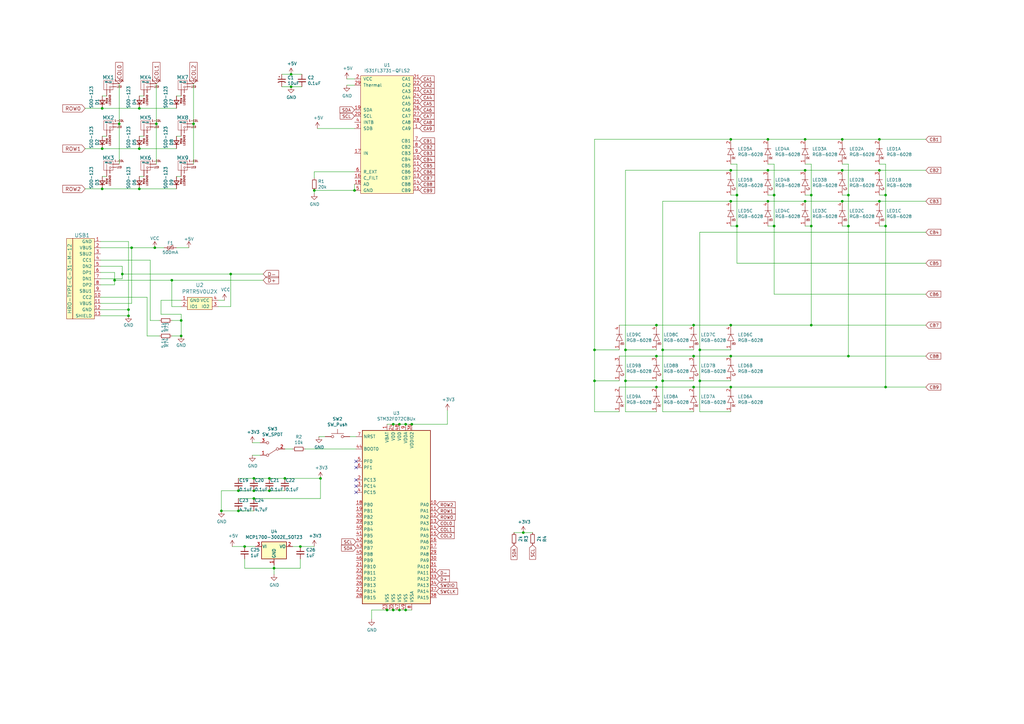
<source format=kicad_sch>
(kicad_sch (version 20230121) (generator eeschema)
  (paper "A3")
  (junction (at 97.79 209.55))
  (junction (at 104.14 204.47))
  (junction (at 50.165 112.395))
  (junction (at 256.54 143.51))
  (junction (at 104.14 196.215))
  (junction (at 70.485 114.935))
  (junction (at 57.15 77.47))
  (junction (at 41.91 77.47))
  (junction (at 360.68 57.15))
  (junction (at 345.44 69.85))
  (junction (at 330.2 57.15))
  (junction (at 330.2 69.85))
  (junction (at 347.98 80.01))
  (junction (at 243.84 143.51))
  (junction (at 347.98 92.71))
  (junction (at 302.26 92.71))
  (junction (at 116.84 196.215))
  (junction (at 110.49 196.215))
  (junction (at 57.15 60.96))
  (junction (at 314.96 82.55))
  (junction (at 63.5 101.6))
  (junction (at 112.395 233.045))
  (junction (at 299.72 82.55))
  (junction (at 163.83 250.19))
  (junction (at 166.37 250.19))
  (junction (at 299.72 57.15))
  (junction (at 314.96 69.85))
  (junction (at 131.445 196.215))
  (junction (at 110.49 201.295))
  (junction (at 363.22 80.01))
  (junction (at 100.33 224.155))
  (junction (at 314.96 57.15))
  (junction (at 123.19 224.155))
  (junction (at 332.74 133.35))
  (junction (at 168.91 173.99))
  (junction (at 243.84 156.21))
  (junction (at 302.26 80.01))
  (junction (at 158.75 250.19))
  (junction (at 97.79 201.295))
  (junction (at 90.805 209.55))
  (junction (at 271.78 156.21))
  (junction (at 104.14 201.295))
  (junction (at 52.705 127))
  (junction (at 332.74 80.01))
  (junction (at 284.48 158.75))
  (junction (at 317.5 80.01))
  (junction (at 330.2 82.55))
  (junction (at 284.48 146.05))
  (junction (at 163.83 173.99))
  (junction (at 332.74 92.71))
  (junction (at 284.48 133.35))
  (junction (at 41.91 60.96))
  (junction (at 74.295 131.445))
  (junction (at 287.02 156.21))
  (junction (at 347.98 146.05))
  (junction (at 287.02 143.51))
  (junction (at 363.22 158.75))
  (junction (at 299.72 133.35))
  (junction (at 52.705 129.54))
  (junction (at 41.91 44.45))
  (junction (at 64.135 50.8))
  (junction (at 74.295 137.795))
  (junction (at 269.24 158.75))
  (junction (at 256.54 156.21))
  (junction (at 317.5 92.71))
  (junction (at 48.895 50.8))
  (junction (at 345.44 82.55))
  (junction (at 119.38 35.56))
  (junction (at 363.22 92.71))
  (junction (at 299.72 69.85))
  (junction (at 360.68 69.85))
  (junction (at 345.44 57.15))
  (junction (at 119.38 30.48))
  (junction (at 128.905 78.105))
  (junction (at 53.975 101.6))
  (junction (at 46.99 114.935))
  (junction (at 79.375 50.8))
  (junction (at 214.63 218.44))
  (junction (at 94.615 112.395))
  (junction (at 166.37 173.99))
  (junction (at 269.24 133.35))
  (junction (at 161.29 173.99))
  (junction (at 271.78 143.51))
  (junction (at 360.68 82.55))
  (junction (at 57.15 44.45))
  (junction (at 299.72 146.05))
  (junction (at 145.415 78.105))
  (junction (at 161.29 250.19))
  (junction (at 299.72 158.75))
  (junction (at 269.24 146.05))
  (no_connect (at 146.05 196.85))
  (no_connect (at 146.05 191.77))
  (no_connect (at 146.05 189.23))
  (no_connect (at 146.05 201.93))
  (no_connect (at 146.05 199.39))
  (wire (pts (xy 332.74 92.71) (xy 330.2 92.71)))
  (wire (pts (xy 90.805 209.55) (xy 90.805 201.295)))
  (wire (pts (xy 64.135 50.8) (xy 64.135 67.31)))
  (wire (pts (xy 104.14 209.55) (xy 97.79 209.55)))
  (wire (pts (xy 97.79 201.295) (xy 104.14 201.295)))
  (wire (pts (xy 130.175 52.705) (xy 145.415 52.705)))
  (wire (pts (xy 145.415 70.485) (xy 128.905 70.485)))
  (wire (pts (xy 52.705 99.06) (xy 52.705 127)))
  (wire (pts (xy 70.485 131.445) (xy 74.295 131.445)))
  (wire (pts (xy 218.44 218.44) (xy 214.63 218.44)))
  (wire (pts (xy 90.805 201.295) (xy 97.79 201.295)))
  (wire (pts (xy 243.84 57.15) (xy 243.84 143.51)))
  (wire (pts (xy 123.825 35.56) (xy 119.38 35.56)))
  (wire (pts (xy 70.485 125.73) (xy 70.485 114.935)))
  (wire (pts (xy 142.24 34.925) (xy 145.415 34.925)))
  (wire (pts (xy 379.73 146.05) (xy 347.98 146.05)))
  (wire (pts (xy 330.2 82.55) (xy 314.96 82.55)))
  (wire (pts (xy 256.54 168.91) (xy 256.54 156.21)))
  (wire (pts (xy 299.72 146.05) (xy 284.48 146.05)))
  (wire (pts (xy 123.19 229.235) (xy 123.19 233.045)))
  (wire (pts (xy 379.73 82.55) (xy 360.68 82.55)))
  (wire (pts (xy 287.02 95.25) (xy 287.02 143.51)))
  (wire (pts (xy 271.78 82.55) (xy 271.78 143.51)))
  (wire (pts (xy 347.98 92.71) (xy 345.44 92.71)))
  (wire (pts (xy 269.24 133.35) (xy 254 133.35)))
  (wire (pts (xy 125.095 184.15) (xy 146.05 184.15)))
  (wire (pts (xy 115.57 30.48) (xy 119.38 30.48)))
  (wire (pts (xy 89.535 125.73) (xy 94.615 125.73)))
  (wire (pts (xy 72.39 39.37) (xy 74.295 39.37)))
  (wire (pts (xy 183.515 173.99) (xy 183.515 168.275)))
  (wire (pts (xy 119.38 30.48) (xy 123.825 30.48)))
  (wire (pts (xy 152.4 250.19) (xy 152.4 254)))
  (wire (pts (xy 330.2 69.85) (xy 314.96 69.85)))
  (wire (pts (xy 269.24 168.91) (xy 256.54 168.91)))
  (wire (pts (xy 363.22 92.71) (xy 360.68 92.71)))
  (wire (pts (xy 41.91 55.88) (xy 43.815 55.88)))
  (wire (pts (xy 363.22 92.71) (xy 363.22 158.75)))
  (wire (pts (xy 299.72 158.75) (xy 363.22 158.75)))
  (wire (pts (xy 72.39 72.39) (xy 74.295 72.39)))
  (wire (pts (xy 287.02 156.21) (xy 287.02 168.91)))
  (wire (pts (xy 50.165 109.22) (xy 41.275 109.22)))
  (wire (pts (xy 243.84 143.51) (xy 243.84 156.21)))
  (wire (pts (xy 41.91 77.47) (xy 57.15 77.47)))
  (wire (pts (xy 314.96 82.55) (xy 299.72 82.55)))
  (wire (pts (xy 347.98 146.05) (xy 347.98 92.71)))
  (wire (pts (xy 345.44 82.55) (xy 330.2 82.55)))
  (wire (pts (xy 110.49 196.215) (xy 116.84 196.215)))
  (wire (pts (xy 104.14 196.215) (xy 110.49 196.215)))
  (wire (pts (xy 243.84 168.91) (xy 254 168.91)))
  (wire (pts (xy 66.04 128.905) (xy 66.04 123.19)))
  (wire (pts (xy 284.48 133.35) (xy 269.24 133.35)))
  (wire (pts (xy 41.91 60.96) (xy 57.15 60.96)))
  (wire (pts (xy 302.26 92.71) (xy 302.26 80.01)))
  (wire (pts (xy 70.485 114.935) (xy 107.95 114.935)))
  (wire (pts (xy 123.19 233.045) (xy 112.395 233.045)))
  (wire (pts (xy 317.5 92.71) (xy 317.5 80.01)))
  (wire (pts (xy 302.26 107.95) (xy 302.26 92.71)))
  (wire (pts (xy 34.925 77.47) (xy 41.91 77.47)))
  (wire (pts (xy 345.44 57.15) (xy 360.68 57.15)))
  (wire (pts (xy 332.74 133.35) (xy 332.74 92.71)))
  (wire (pts (xy 347.98 80.01) (xy 345.44 80.01)))
  (wire (pts (xy 104.14 204.47) (xy 97.79 204.47)))
  (wire (pts (xy 57.15 72.39) (xy 59.055 72.39)))
  (wire (pts (xy 363.22 80.01) (xy 360.68 80.01)))
  (wire (pts (xy 143.51 179.07) (xy 146.05 179.07)))
  (wire (pts (xy 347.98 80.01) (xy 347.98 67.31)))
  (wire (pts (xy 271.78 168.91) (xy 284.48 168.91)))
  (wire (pts (xy 34.925 60.96) (xy 41.91 60.96)))
  (wire (pts (xy 119.38 35.56) (xy 115.57 35.56)))
  (wire (pts (xy 256.54 143.51) (xy 256.54 69.85)))
  (wire (pts (xy 50.165 114.3) (xy 50.165 112.395)))
  (wire (pts (xy 53.975 101.6) (xy 63.5 101.6)))
  (wire (pts (xy 52.705 127) (xy 52.705 129.54)))
  (wire (pts (xy 347.98 92.71) (xy 347.98 80.01)))
  (wire (pts (xy 60.325 137.795) (xy 65.405 137.795)))
  (wire (pts (xy 120.015 184.15) (xy 116.84 184.15)))
  (wire (pts (xy 57.15 55.88) (xy 59.055 55.88)))
  (wire (pts (xy 332.74 80.01) (xy 332.74 67.31)))
  (wire (pts (xy 110.49 201.295) (xy 104.14 201.295)))
  (wire (pts (xy 166.37 250.19) (xy 163.83 250.19)))
  (wire (pts (xy 168.91 250.19) (xy 166.37 250.19)))
  (wire (pts (xy 72.39 55.88) (xy 74.295 55.88)))
  (wire (pts (xy 48.895 50.8) (xy 48.895 67.31)))
  (wire (pts (xy 52.705 99.06) (xy 41.275 99.06)))
  (wire (pts (xy 145.415 75.565) (xy 145.415 78.105)))
  (wire (pts (xy 269.24 143.51) (xy 256.54 143.51)))
  (wire (pts (xy 103.505 181.61) (xy 106.68 181.61)))
  (wire (pts (xy 131.445 196.215) (xy 131.445 204.47)))
  (wire (pts (xy 97.79 196.215) (xy 104.14 196.215)))
  (wire (pts (xy 299.72 57.15) (xy 243.84 57.15)))
  (wire (pts (xy 299.72 158.75) (xy 284.48 158.75)))
  (wire (pts (xy 66.04 123.19) (xy 74.295 123.19)))
  (wire (pts (xy 130.81 179.07) (xy 133.35 179.07)))
  (wire (pts (xy 332.74 133.35) (xy 299.72 133.35)))
  (wire (pts (xy 128.905 78.105) (xy 145.415 78.105)))
  (wire (pts (xy 64.135 34.29) (xy 64.135 50.8)))
  (wire (pts (xy 46.99 114.935) (xy 46.99 116.84)))
  (wire (pts (xy 347.98 67.31) (xy 345.44 67.31)))
  (wire (pts (xy 161.29 250.19) (xy 158.75 250.19)))
  (wire (pts (xy 128.905 224.155) (xy 123.19 224.155)))
  (wire (pts (xy 379.73 120.65) (xy 317.5 120.65)))
  (wire (pts (xy 302.26 67.31) (xy 299.72 67.31)))
  (wire (pts (xy 53.975 101.6) (xy 53.975 124.46)))
  (wire (pts (xy 284.48 158.75) (xy 269.24 158.75)))
  (wire (pts (xy 360.68 57.15) (xy 379.73 57.15)))
  (wire (pts (xy 269.24 156.21) (xy 256.54 156.21)))
  (wire (pts (xy 142.24 32.385) (xy 145.415 32.385)))
  (wire (pts (xy 314.96 69.85) (xy 299.72 69.85)))
  (wire (pts (xy 332.74 92.71) (xy 332.74 80.01)))
  (wire (pts (xy 284.48 146.05) (xy 269.24 146.05)))
  (wire (pts (xy 104.14 204.47) (xy 131.445 204.47)))
  (wire (pts (xy 317.5 120.65) (xy 317.5 92.71)))
  (wire (pts (xy 256.54 69.85) (xy 299.72 69.85)))
  (wire (pts (xy 97.79 209.55) (xy 90.805 209.55)))
  (wire (pts (xy 50.165 112.395) (xy 94.615 112.395)))
  (wire (pts (xy 92.075 123.19) (xy 89.535 123.19)))
  (wire (pts (xy 41.275 127) (xy 52.705 127)))
  (wire (pts (xy 269.24 146.05) (xy 254 146.05)))
  (wire (pts (xy 94.615 112.395) (xy 107.95 112.395)))
  (wire (pts (xy 299.72 57.15) (xy 314.96 57.15)))
  (wire (pts (xy 123.19 224.155) (xy 120.015 224.155)))
  (wire (pts (xy 299.72 133.35) (xy 284.48 133.35)))
  (wire (pts (xy 46.99 116.84) (xy 41.275 116.84)))
  (wire (pts (xy 94.615 125.73) (xy 94.615 112.395)))
  (wire (pts (xy 299.72 143.51) (xy 287.02 143.51)))
  (wire (pts (xy 317.5 80.01) (xy 314.96 80.01)))
  (wire (pts (xy 74.295 137.795) (xy 70.485 137.795)))
  (wire (pts (xy 360.68 82.55) (xy 345.44 82.55)))
  (wire (pts (xy 299.72 146.05) (xy 347.98 146.05)))
  (wire (pts (xy 74.295 131.445) (xy 74.295 137.795)))
  (wire (pts (xy 271.78 143.51) (xy 284.48 143.51)))
  (wire (pts (xy 271.78 143.51) (xy 271.78 156.21)))
  (wire (pts (xy 330.2 57.15) (xy 345.44 57.15)))
  (wire (pts (xy 254 143.51) (xy 243.84 143.51)))
  (wire (pts (xy 161.29 173.99) (xy 163.83 173.99)))
  (wire (pts (xy 269.24 158.75) (xy 254 158.75)))
  (wire (pts (xy 79.375 34.29) (xy 79.375 50.8)))
  (wire (pts (xy 41.275 101.6) (xy 53.975 101.6)))
  (wire (pts (xy 287.02 143.51) (xy 287.02 156.21)))
  (wire (pts (xy 254 156.21) (xy 243.84 156.21)))
  (wire (pts (xy 317.5 67.31) (xy 314.96 67.31)))
  (wire (pts (xy 112.395 235.585) (xy 112.395 233.045)))
  (wire (pts (xy 317.5 92.71) (xy 314.96 92.71)))
  (wire (pts (xy 52.705 129.54) (xy 41.275 129.54)))
  (wire (pts (xy 34.925 44.45) (xy 41.91 44.45)))
  (wire (pts (xy 57.15 44.45) (xy 72.39 44.45)))
  (wire (pts (xy 360.68 67.31) (xy 363.22 67.31)))
  (wire (pts (xy 379.73 95.25) (xy 287.02 95.25)))
  (wire (pts (xy 363.22 67.31) (xy 363.22 80.01)))
  (wire (pts (xy 128.905 70.485) (xy 128.905 73.025)))
  (wire (pts (xy 345.44 69.85) (xy 330.2 69.85)))
  (wire (pts (xy 77.47 101.6) (xy 72.39 101.6)))
  (wire (pts (xy 50.165 112.395) (xy 50.165 109.22)))
  (wire (pts (xy 74.295 125.73) (xy 70.485 125.73)))
  (wire (pts (xy 332.74 67.31) (xy 330.2 67.31)))
  (wire (pts (xy 166.37 173.99) (xy 168.91 173.99)))
  (wire (pts (xy 379.73 69.85) (xy 360.68 69.85)))
  (wire (pts (xy 41.91 72.39) (xy 43.815 72.39)))
  (wire (pts (xy 41.275 114.3) (xy 50.165 114.3)))
  (wire (pts (xy 61.595 106.68) (xy 61.595 131.445)))
  (wire (pts (xy 271.78 82.55) (xy 299.72 82.55)))
  (wire (pts (xy 46.99 114.935) (xy 70.485 114.935)))
  (wire (pts (xy 302.26 80.01) (xy 302.26 67.31)))
  (wire (pts (xy 163.83 173.99) (xy 166.37 173.99)))
  (wire (pts (xy 302.26 92.71) (xy 299.72 92.71)))
  (wire (pts (xy 158.75 173.99) (xy 161.29 173.99)))
  (wire (pts (xy 379.73 133.35) (xy 332.74 133.35)))
  (wire (pts (xy 116.84 201.295) (xy 110.49 201.295)))
  (wire (pts (xy 57.15 77.47) (xy 72.39 77.47)))
  (wire (pts (xy 41.91 44.45) (xy 57.15 44.45)))
  (wire (pts (xy 63.5 101.6) (xy 67.31 101.6)))
  (wire (pts (xy 103.505 186.69) (xy 106.68 186.69)))
  (wire (pts (xy 314.96 57.15) (xy 330.2 57.15)))
  (wire (pts (xy 61.595 131.445) (xy 65.405 131.445)))
  (wire (pts (xy 79.375 50.8) (xy 79.375 67.31)))
  (wire (pts (xy 41.275 111.76) (xy 46.99 111.76)))
  (wire (pts (xy 41.275 106.68) (xy 61.595 106.68)))
  (wire (pts (xy 256.54 156.21) (xy 256.54 143.51)))
  (wire (pts (xy 48.895 34.29) (xy 48.895 50.8)))
  (wire (pts (xy 168.91 173.99) (xy 183.515 173.99)))
  (wire (pts (xy 74.295 131.445) (xy 74.295 128.905)))
  (wire (pts (xy 60.325 121.92) (xy 60.325 137.795)))
  (wire (pts (xy 299.72 156.21) (xy 287.02 156.21)))
  (wire (pts (xy 302.26 80.01) (xy 299.72 80.01)))
  (wire (pts (xy 363.22 80.01) (xy 363.22 92.71)))
  (wire (pts (xy 95.25 224.155) (xy 100.33 224.155)))
  (wire (pts (xy 332.74 80.01) (xy 330.2 80.01)))
  (wire (pts (xy 158.75 250.19) (xy 152.4 250.19)))
  (wire (pts (xy 317.5 80.01) (xy 317.5 67.31)))
  (wire (pts (xy 363.22 158.75) (xy 379.73 158.75)))
  (wire (pts (xy 100.33 224.155) (xy 104.775 224.155)))
  (wire (pts (xy 163.83 250.19) (xy 161.29 250.19)))
  (wire (pts (xy 128.905 79.375) (xy 128.905 78.105)))
  (wire (pts (xy 116.84 196.215) (xy 131.445 196.215)))
  (wire (pts (xy 100.33 233.045) (xy 100.33 229.235)))
  (wire (pts (xy 41.275 121.92) (xy 60.325 121.92)))
  (wire (pts (xy 41.91 39.37) (xy 43.815 39.37)))
  (wire (pts (xy 360.68 69.85) (xy 345.44 69.85)))
  (wire (pts (xy 214.63 218.44) (xy 210.82 218.44)))
  (wire (pts (xy 57.15 39.37) (xy 59.055 39.37)))
  (wire (pts (xy 53.975 124.46) (xy 41.275 124.46)))
  (wire (pts (xy 243.84 156.21) (xy 243.84 168.91)))
  (wire (pts (xy 379.73 107.95) (xy 302.26 107.95)))
  (wire (pts (xy 112.395 233.045) (xy 112.395 231.775)))
  (wire (pts (xy 46.99 111.76) (xy 46.99 114.935)))
  (wire (pts (xy 74.295 128.905) (xy 66.04 128.905)))
  (wire (pts (xy 284.48 156.21) (xy 271.78 156.21)))
  (wire (pts (xy 112.395 233.045) (xy 100.33 233.045)))
  (wire (pts (xy 287.02 168.91) (xy 299.72 168.91)))
  (wire (pts (xy 271.78 156.21) (xy 271.78 168.91)))
  (wire (pts (xy 57.15 60.96) (xy 72.39 60.96)))
  (global_label "CA3" (shape input) (at 172.085 37.465 0) (property "Intersheetrefs" "${INTERSHEET_REFS}" (effects hide)))
  (global_label "CB8" (shape input) (at 379.73 146.05 0) (property "Intersheetrefs" "${INTERSHEET_REFS}" (effects hide)))
  (global_label "COL0" (shape input) (at 48.895 34.29 90) (effects (font (size 1.524 1.524))) (property "Intersheetrefs" "${INTERSHEET_REFS}" (effects hide)))
  (global_label "ROW2" (shape input) (at 179.07 207.01 0) (property "Intersheetrefs" "${INTERSHEET_REFS}" (effects hide)))
  (global_label "CB4" (shape input) (at 172.085 65.405 0) (property "Intersheetrefs" "${INTERSHEET_REFS}" (effects hide)))
  (global_label "CB3" (shape input) (at 172.085 62.865 0) (property "Intersheetrefs" "${INTERSHEET_REFS}" (effects hide)))
  (global_label "COL2" (shape input) (at 179.07 219.71 0) (property "Intersheetrefs" "${INTERSHEET_REFS}" (effects hide)))
  (global_label "CA2" (shape input) (at 172.085 34.925 0) (property "Intersheetrefs" "${INTERSHEET_REFS}" (effects hide)))
  (global_label "CB4" (shape input) (at 379.73 95.25 0) (property "Intersheetrefs" "${INTERSHEET_REFS}" (effects hide)))
  (global_label "CB2" (shape input) (at 172.085 60.325 0) (property "Intersheetrefs" "${INTERSHEET_REFS}" (effects hide)))
  (global_label "CA6" (shape input) (at 172.085 45.085 0) (property "Intersheetrefs" "${INTERSHEET_REFS}" (effects hide)))
  (global_label "CA7" (shape input) (at 172.085 47.625 0) (property "Intersheetrefs" "${INTERSHEET_REFS}" (effects hide)))
  (global_label "CA1" (shape input) (at 172.085 32.385 0) (property "Intersheetrefs" "${INTERSHEET_REFS}" (effects hide)))
  (global_label "SDA" (shape input) (at 210.82 223.52 270) (property "Intersheetrefs" "${INTERSHEET_REFS}" (effects hide)))
  (global_label "SDA" (shape input) (at 146.05 224.79 180) (property "Intersheetrefs" "${INTERSHEET_REFS}" (effects hide)))
  (global_label "CB1" (shape input) (at 379.73 57.15 0) (property "Intersheetrefs" "${INTERSHEET_REFS}" (effects hide)))
  (global_label "D-" (shape input) (at 107.95 112.395 0) (effects (font (size 1.524 1.524))) (property "Intersheetrefs" "${INTERSHEET_REFS}" (effects hide)))
  (global_label "CB7" (shape input) (at 379.73 133.35 0) (property "Intersheetrefs" "${INTERSHEET_REFS}" (effects hide)))
  (global_label "SCL" (shape input) (at 146.05 222.25 180) (property "Intersheetrefs" "${INTERSHEET_REFS}" (effects hide)))
  (global_label "SWCLK" (shape input) (at 179.07 242.57 0) (property "Intersheetrefs" "${INTERSHEET_REFS}" (effects hide)))
  (global_label "COL2" (shape input) (at 79.375 34.29 90) (effects (font (size 1.524 1.524))) (property "Intersheetrefs" "${INTERSHEET_REFS}" (effects hide)))
  (global_label "D+" (shape input) (at 179.07 237.49 0) (property "Intersheetrefs" "${INTERSHEET_REFS}" (effects hide)))
  (global_label "COL1" (shape input) (at 179.07 217.17 0) (property "Intersheetrefs" "${INTERSHEET_REFS}" (effects hide)))
  (global_label "COL0" (shape input) (at 179.07 214.63 0) (property "Intersheetrefs" "${INTERSHEET_REFS}" (effects hide)))
  (global_label "ROW1" (shape input) (at 34.925 60.96 180) (effects (font (size 1.524 1.524))) (property "Intersheetrefs" "${INTERSHEET_REFS}" (effects hide)))
  (global_label "ROW0" (shape input) (at 34.925 44.45 180) (effects (font (size 1.524 1.524))) (property "Intersheetrefs" "${INTERSHEET_REFS}" (effects hide)))
  (global_label "CA8" (shape input) (at 172.085 50.165 0) (property "Intersheetrefs" "${INTERSHEET_REFS}" (effects hide)))
  (global_label "D-" (shape input) (at 179.07 234.95 0) (property "Intersheetrefs" "${INTERSHEET_REFS}" (effects hide)))
  (global_label "CB5" (shape input) (at 379.73 107.95 0) (property "Intersheetrefs" "${INTERSHEET_REFS}" (effects hide)))
  (global_label "ROW2" (shape input) (at 34.925 77.47 180) (effects (font (size 1.524 1.524))) (property "Intersheetrefs" "${INTERSHEET_REFS}" (effects hide)))
  (global_label "CB8" (shape input) (at 172.085 75.565 0) (property "Intersheetrefs" "${INTERSHEET_REFS}" (effects hide)))
  (global_label "CB7" (shape input) (at 172.085 73.025 0) (property "Intersheetrefs" "${INTERSHEET_REFS}" (effects hide)))
  (global_label "CB6" (shape input) (at 172.085 70.485 0) (property "Intersheetrefs" "${INTERSHEET_REFS}" (effects hide)))
  (global_label "CB9" (shape input) (at 379.73 158.75 0) (property "Intersheetrefs" "${INTERSHEET_REFS}" (effects hide)))
  (global_label "CB5" (shape input) (at 172.085 67.945 0) (property "Intersheetrefs" "${INTERSHEET_REFS}" (effects hide)))
  (global_label "CA9" (shape input) (at 172.085 52.705 0) (property "Intersheetrefs" "${INTERSHEET_REFS}" (effects hide)))
  (global_label "CB6" (shape input) (at 379.73 120.65 0) (property "Intersheetrefs" "${INTERSHEET_REFS}" (effects hide)))
  (global_label "CB9" (shape input) (at 172.085 78.105 0) (property "Intersheetrefs" "${INTERSHEET_REFS}" (effects hide)))
  (global_label "COL1" (shape input) (at 64.135 34.29 90) (effects (font (size 1.524 1.524))) (property "Intersheetrefs" "${INTERSHEET_REFS}" (effects hide)))
  (global_label "SCL" (shape input) (at 145.415 47.625 180) (property "Intersheetrefs" "${INTERSHEET_REFS}" (effects hide)))
  (global_label "SDA" (shape input) (at 145.415 45.085 180) (property "Intersheetrefs" "${INTERSHEET_REFS}" (effects hide)))
  (global_label "CA5" (shape input) (at 172.085 42.545 0) (property "Intersheetrefs" "${INTERSHEET_REFS}" (effects hide)))
  (global_label "SCL" (shape input) (at 218.44 223.52 270) (property "Intersheetrefs" "${INTERSHEET_REFS}" (effects hide)))
  (global_label "ROW0" (shape input) (at 179.07 212.09 0) (property "Intersheetrefs" "${INTERSHEET_REFS}" (effects hide)))
  (global_label "ROW1" (shape input) (at 179.07 209.55 0) (property "Intersheetrefs" "${INTERSHEET_REFS}" (effects hide)))
  (global_label "D+" (shape input) (at 107.95 114.935 0) (effects (font (size 1.524 1.524))) (property "Intersheetrefs" "${INTERSHEET_REFS}" (effects hide)))
  (global_label "CB1" (shape input) (at 172.085 57.785 0) (property "Intersheetrefs" "${INTERSHEET_REFS}" (effects hide)))
  (global_label "CB2" (shape input) (at 379.73 69.85 0) (property "Intersheetrefs" "${INTERSHEET_REFS}" (effects hide)))
  (global_label "CA4" (shape input) (at 172.085 40.005 0) (property "Intersheetrefs" "${INTERSHEET_REFS}" (effects hide)))
  (global_label "SWDIO" (shape input) (at 179.07 240.03 0) (property "Intersheetrefs" "${INTERSHEET_REFS}" (effects hide)))
  (global_label "CB3" (shape input) (at 379.73 82.55 0) (property "Intersheetrefs" "${INTERSHEET_REFS}" (effects hide)))
  (symbol (lib_id "Aurora-rescue:MX-1U-MX_Alps_Hybrids") (at 44.45 34.925 0) (unit 1)
    (property "Reference" "MX1" (at 44.45 31.75 0) (effects (font (size 1.524 1.524))))
    (property "Value" "MX-1U" (at 44.45 33.655 0) (effects (font (size 0.508 0.508))))
    (property "Footprint" "MX_Alps_Hybrid:MXOnly-1U-Hotswap" (effects hide))
  )
  (symbol (lib_id "Device:D_Small") (at 41.91 41.91 90) (unit 1)
    (property "Reference" "D1" (at 39.878 43.18 0) (effects (justify left)))
    (property "Value" "SOD-123" (at 37.465 44.45 0) (effects (justify left)))
    (property "Footprint" "Diodes_SMD:D_SOD-123" (effects hide))
  )
  (symbol (lib_id "Aurora-rescue:MX-1U-MX_Alps_Hybrids") (at 59.69 34.925 0) (unit 1)
    (property "Reference" "MX4" (at 59.69 31.75 0) (effects (font (size 1.524 1.524))))
    (property "Value" "MX-1U" (at 59.69 33.655 0) (effects (font (size 0.508 0.508))))
    (property "Footprint" "MX_Alps_Hybrid:MXOnly-1U-Hotswap" (effects hide))
  )
  (symbol (lib_id "Device:D_Small") (at 57.15 41.91 90) (unit 1)
    (property "Reference" "D4" (at 55.118 43.18 0) (effects (justify left)))
    (property "Value" "SOD-123" (at 52.705 44.45 0) (effects (justify left)))
    (property "Footprint" "Diodes_SMD:D_SOD-123" (effects hide))
  )
  (symbol (lib_id "Aurora-rescue:MX-1U-MX_Alps_Hybrids") (at 74.93 34.925 0) (unit 1)
    (property "Reference" "MX7" (at 74.93 31.75 0) (effects (font (size 1.524 1.524))))
    (property "Value" "MX-1U" (at 74.93 33.655 0) (effects (font (size 0.508 0.508))))
    (property "Footprint" "MX_Alps_Hybrid:MXOnly-1U-Hotswap" (effects hide))
  )
  (symbol (lib_id "Device:D_Small") (at 72.39 41.91 90) (unit 1)
    (property "Reference" "D7" (at 70.358 43.18 0) (effects (justify left)))
    (property "Value" "SOD-123" (at 67.945 44.45 0) (effects (justify left)))
    (property "Footprint" "Diodes_SMD:D_SOD-123" (effects hide))
  )
  (symbol (lib_id "Aurora-rescue:MX-1U-MX_Alps_Hybrids") (at 44.45 51.435 0) (unit 1)
    (property "Reference" "MX2" (at 44.45 48.26 0) (effects (font (size 1.524 1.524))))
    (property "Value" "MX-1U" (at 44.45 50.165 0) (effects (font (size 0.508 0.508))))
    (property "Footprint" "MX_Alps_Hybrid:MXOnly-1U-Hotswap" (effects hide))
  )
  (symbol (lib_id "Device:D_Small") (at 41.91 58.42 90) (unit 1)
    (property "Reference" "D2" (at 39.878 59.69 0) (effects (justify left)))
    (property "Value" "SOD-123" (at 37.465 60.96 0) (effects (justify left)))
    (property "Footprint" "Diodes_SMD:D_SOD-123" (effects hide))
  )
  (symbol (lib_id "Aurora-rescue:MX-1U-MX_Alps_Hybrids") (at 59.69 51.435 0) (unit 1)
    (property "Reference" "MX5" (at 59.69 48.26 0) (effects (font (size 1.524 1.524))))
    (property "Value" "MX-1U" (at 59.69 50.165 0) (effects (font (size 0.508 0.508))))
    (property "Footprint" "MX_Alps_Hybrid:MXOnly-1U-Hotswap" (effects hide))
  )
  (symbol (lib_id "Device:D_Small") (at 57.15 58.42 90) (unit 1)
    (property "Reference" "D5" (at 55.118 59.69 0) (effects (justify left)))
    (property "Value" "SOD-123" (at 52.705 60.96 0) (effects (justify left)))
    (property "Footprint" "Diodes_SMD:D_SOD-123" (effects hide))
  )
  (symbol (lib_id "Aurora-rescue:MX-1U-MX_Alps_Hybrids") (at 74.93 51.435 0) (unit 1)
    (property "Reference" "MX8" (at 74.93 48.26 0) (effects (font (size 1.524 1.524))))
    (property "Value" "MX-1U" (at 74.93 50.165 0) (effects (font (size 0.508 0.508))))
    (property "Footprint" "MX_Alps_Hybrid:MXOnly-1U-Hotswap" (effects hide))
  )
  (symbol (lib_id "Device:D_Small") (at 72.39 58.42 90) (unit 1)
    (property "Reference" "D8" (at 70.358 59.69 0) (effects (justify left)))
    (property "Value" "SOD-123" (at 67.945 60.96 0) (effects (justify left)))
    (property "Footprint" "Diodes_SMD:D_SOD-123" (effects hide))
  )
  (symbol (lib_id "Aurora-rescue:MX-1U-MX_Alps_Hybrids") (at 44.45 67.945 0) (unit 1)
    (property "Reference" "MX3" (at 44.45 64.77 0) (effects (font (size 1.524 1.524))))
    (property "Value" "MX-1U" (at 44.45 66.675 0) (effects (font (size 0.508 0.508))))
    (property "Footprint" "MX_Alps_Hybrid:MXOnly-1U-Hotswap" (effects hide))
  )
  (symbol (lib_id "Device:D_Small") (at 41.91 74.93 90) (unit 1)
    (property "Reference" "D3" (at 39.878 76.2 0) (effects (justify left)))
    (property "Value" "SOD-123" (at 37.465 77.47 0) (effects (justify left)))
    (property "Footprint" "Diodes_SMD:D_SOD-123" (effects hide))
  )
  (symbol (lib_id "Aurora-rescue:MX-1U-MX_Alps_Hybrids") (at 74.93 67.945 0) (unit 1)
    (property "Reference" "MX9" (at 74.93 64.77 0) (effects (font (size 1.524 1.524))))
    (property "Value" "MX-1U" (at 74.93 66.675 0) (effects (font (size 0.508 0.508))))
    (property "Footprint" "MX_Alps_Hybrid:MXOnly-1U-Hotswap" (effects hide))
  )
  (symbol (lib_id "Device:D_Small") (at 72.39 74.93 90) (unit 1)
    (property "Reference" "D9" (at 70.358 76.2 0) (effects (justify left)))
    (property "Value" "SOD-123" (at 67.945 77.47 0) (effects (justify left)))
    (property "Footprint" "Diodes_SMD:D_SOD-123" (effects hide))
  )
  (symbol (lib_id "Device:Polyfuse_Small") (at 69.85 101.6 270) (unit 1)
    (property "Reference" "F1" (at 69.85 99.695 90))
    (property "Value" "500mA" (at 69.85 103.505 90))
    (property "Footprint" "Fuse_Holders_and_Fuses:Fuse_SMD1206_Reflow" (effects hide))
  )
  (symbol (lib_id "power:+5V") (at 77.47 101.6 0) (unit 1)
    (property "Reference" "#PWR013" (effects hide))
    (property "Value" "+5V" (at 77.47 98.044 0))
  )
  (symbol (lib_id "power:VCC") (at 63.5 101.6 0) (unit 1)
    (property "Reference" "#PWR014" (effects hide))
    (property "Value" "VCC" (at 63.5 97.79 0))
  )
  (symbol (lib_id "Aurora-rescue:HRO-TYPE-C-31-M-12-Type-C") (at 38.735 113.03 0) (unit 1)
    (property "Reference" "USB1" (at 33.655 96.52 0) (effects (font (size 1.524 1.524))))
    (property "Value" "HRO-TYPE-C-31-M-12" (at 28.575 114.3 90) (effects (font (size 1.524 1.524))))
    (property "Footprint" "Type-C:HRO-TYPE-C-31-M-12-Assembly" (effects hide))
  )
  (symbol (lib_id "power:GND") (at 52.705 129.54 0) (unit 1)
    (property "Reference" "#PWR015" (effects hide))
    (property "Value" "GND" (at 52.705 133.35 0))
  )
  (symbol (lib_id "Device:R_Small") (at 67.945 131.445 270) (unit 1)
    (property "Reference" "R73" (at 68.453 132.207 0) (effects (justify left)))
    (property "Value" "5.1k" (at 66.929 132.207 0) (effects (justify left)))
    (property "Footprint" "Resistors_SMD:R_0805" (effects hide))
  )
  (symbol (lib_id "Device:R_Small") (at 67.945 137.795 270) (unit 1)
    (property "Reference" "R74" (at 68.453 138.557 0) (effects (justify left)))
    (property "Value" "5.1k" (at 66.929 138.557 0) (effects (justify left)))
    (property "Footprint" "Resistors_SMD:R_0805" (effects hide))
  )
  (symbol (lib_id "power:GND") (at 74.295 137.795 0) (unit 1)
    (property "Reference" "#PWR016" (effects hide))
    (property "Value" "GND" (at 74.295 141.605 0))
  )
  (symbol (lib_id "ai03-locallib:PRTR5V0U2X") (at 81.915 124.46 0) (unit 1)
    (property "Reference" "U2" (at 81.915 116.9162 0) (effects (font (size 1.524 1.524))))
    (property "Value" "PRTR5V0U2X" (at 81.915 119.6086 0) (effects (font (size 1.524 1.524))))
    (property "Footprint" "random-keyboard-parts:SOT143B" (effects hide))
  )
  (symbol (lib_id "Aurora-rescue:RGB-6028-random-keyboard-parts") (at 360.68 62.23 90) (unit 1)
    (property "Reference" "LED1" (at 363.5756 61.0616 90) (effects (justify right)))
    (property "Value" "RGB-6028" (at 363.5756 63.373 90) (effects (justify right)))
    (property "Footprint" "random-keyboard-parts:RGB-6028" (effects hide))
  )
  (symbol (lib_id "Aurora-rescue:RGB-6028-random-keyboard-parts") (at 360.68 74.93 90) (unit 2)
    (property "Reference" "LED1" (at 363.5756 73.7616 90) (effects (justify right)))
    (property "Value" "RGB-6028" (at 363.5756 76.073 90) (effects (justify right)))
    (property "Footprint" "random-keyboard-parts:RGB-6028" (effects hide))
  )
  (symbol (lib_id "Aurora-rescue:RGB-6028-random-keyboard-parts") (at 360.68 87.63 90) (unit 3)
    (property "Reference" "LED1" (at 363.5756 86.4616 90) (effects (justify right)))
    (property "Value" "RGB-6028" (at 363.5756 88.773 90) (effects (justify right)))
    (property "Footprint" "random-keyboard-parts:RGB-6028" (effects hide))
  )
  (symbol (lib_id "Aurora-rescue:RGB-6028-random-keyboard-parts") (at 345.44 62.23 90) (unit 1)
    (property "Reference" "LED2" (at 348.3356 61.0616 90) (effects (justify right)))
    (property "Value" "RGB-6028" (at 348.3356 63.373 90) (effects (justify right)))
    (property "Footprint" "random-keyboard-parts:RGB-6028" (effects hide))
  )
  (symbol (lib_id "Aurora-rescue:RGB-6028-random-keyboard-parts") (at 345.44 74.93 90) (unit 2)
    (property "Reference" "LED2" (at 348.3356 73.7616 90) (effects (justify right)))
    (property "Value" "RGB-6028" (at 348.3356 76.073 90) (effects (justify right)))
    (property "Footprint" "random-keyboard-parts:RGB-6028" (effects hide))
  )
  (symbol (lib_id "Aurora-rescue:RGB-6028-random-keyboard-parts") (at 345.44 87.63 90) (unit 3)
    (property "Reference" "LED2" (at 348.3356 86.4616 90) (effects (justify right)))
    (property "Value" "RGB-6028" (at 348.3356 88.773 90) (effects (justify right)))
    (property "Footprint" "random-keyboard-parts:RGB-6028" (effects hide))
  )
  (symbol (lib_id "Aurora-rescue:RGB-6028-random-keyboard-parts") (at 330.2 62.23 90) (unit 1)
    (property "Reference" "LED3" (at 333.0956 61.0616 90) (effects (justify right)))
    (property "Value" "RGB-6028" (at 333.0956 63.373 90) (effects (justify right)))
    (property "Footprint" "random-keyboard-parts:RGB-6028" (effects hide))
  )
  (symbol (lib_id "Aurora-rescue:RGB-6028-random-keyboard-parts") (at 330.2 74.93 90) (unit 2)
    (property "Reference" "LED3" (at 333.0956 73.7616 90) (effects (justify right)))
    (property "Value" "RGB-6028" (at 333.0956 76.073 90) (effects (justify right)))
    (property "Footprint" "random-keyboard-parts:RGB-6028" (effects hide))
  )
  (symbol (lib_id "Aurora-rescue:RGB-6028-random-keyboard-parts") (at 330.2 87.63 90) (unit 3)
    (property "Reference" "LED3" (at 333.0956 86.4616 90) (effects (justify right)))
    (property "Value" "RGB-6028" (at 333.0956 88.773 90) (effects (justify right)))
    (property "Footprint" "random-keyboard-parts:RGB-6028" (effects hide))
  )
  (symbol (lib_id "Aurora-rescue:RGB-6028-random-keyboard-parts") (at 314.96 62.23 90) (unit 1)
    (property "Reference" "LED4" (at 317.8556 61.0616 90) (effects (justify right)))
    (property "Value" "RGB-6028" (at 317.8556 63.373 90) (effects (justify right)))
    (property "Footprint" "random-keyboard-parts:RGB-6028" (effects hide))
  )
  (symbol (lib_id "Aurora-rescue:RGB-6028-random-keyboard-parts") (at 314.96 74.93 90) (unit 2)
    (property "Reference" "LED4" (at 317.8556 73.7616 90) (effects (justify right)))
    (property "Value" "RGB-6028" (at 317.8556 76.073 90) (effects (justify right)))
    (property "Footprint" "random-keyboard-parts:RGB-6028" (effects hide))
  )
  (symbol (lib_id "Aurora-rescue:RGB-6028-random-keyboard-parts") (at 314.96 87.63 90) (unit 3)
    (property "Reference" "LED4" (at 317.8556 86.4616 90) (effects (justify right)))
    (property "Value" "RGB-6028" (at 317.8556 88.773 90) (effects (justify right)))
    (property "Footprint" "random-keyboard-parts:RGB-6028" (effects hide))
  )
  (symbol (lib_id "Aurora-rescue:RGB-6028-random-keyboard-parts") (at 299.72 62.23 90) (unit 1)
    (property "Reference" "LED5" (at 302.6156 61.0616 90) (effects (justify right)))
    (property "Value" "RGB-6028" (at 302.6156 63.373 90) (effects (justify right)))
    (property "Footprint" "random-keyboard-parts:RGB-6028" (effects hide))
  )
  (symbol (lib_id "Aurora-rescue:RGB-6028-random-keyboard-parts") (at 299.72 74.93 90) (unit 2)
    (property "Reference" "LED5" (at 302.6156 73.7616 90) (effects (justify right)))
    (property "Value" "RGB-6028" (at 302.6156 76.073 90) (effects (justify right)))
    (property "Footprint" "random-keyboard-parts:RGB-6028" (effects hide))
  )
  (symbol (lib_id "Aurora-rescue:RGB-6028-random-keyboard-parts") (at 299.72 87.63 90) (unit 3)
    (property "Reference" "LED5" (at 302.6156 86.4616 90) (effects (justify right)))
    (property "Value" "RGB-6028" (at 302.6156 88.773 90) (effects (justify right)))
    (property "Footprint" "random-keyboard-parts:RGB-6028" (effects hide))
  )
  (symbol (lib_id "Aurora-rescue:RGB-6028-random-keyboard-parts") (at 299.72 163.83 90) (unit 1)
    (property "Reference" "LED6" (at 302.6156 162.6616 90) (effects (justify right)))
    (property "Value" "RGB-6028" (at 302.6156 164.973 90) (effects (justify right)))
    (property "Footprint" "random-keyboard-parts:RGB-6028" (effects hide))
  )
  (symbol (lib_id "Aurora-rescue:RGB-6028-random-keyboard-parts") (at 299.72 151.13 90) (unit 2)
    (property "Reference" "LED6" (at 302.6156 149.9616 90) (effects (justify right)))
    (property "Value" "RGB-6028" (at 302.6156 152.273 90) (effects (justify right)))
    (property "Footprint" "random-keyboard-parts:RGB-6028" (effects hide))
  )
  (symbol (lib_id "Aurora-rescue:RGB-6028-random-keyboard-parts") (at 299.72 138.43 90) (unit 3)
    (property "Reference" "LED6" (at 302.6156 137.2616 90) (effects (justify right)))
    (property "Value" "RGB-6028" (at 302.6156 139.573 90) (effects (justify right)))
    (property "Footprint" "random-keyboard-parts:RGB-6028" (effects hide))
  )
  (symbol (lib_id "Aurora-rescue:RGB-6028-random-keyboard-parts") (at 284.48 163.83 90) (unit 1)
    (property "Reference" "LED7" (at 287.3756 162.6616 90) (effects (justify right)))
    (property "Value" "RGB-6028" (at 287.3756 164.973 90) (effects (justify right)))
    (property "Footprint" "random-keyboard-parts:RGB-6028" (effects hide))
  )
  (symbol (lib_id "Aurora-rescue:RGB-6028-random-keyboard-parts") (at 284.48 151.13 90) (unit 2)
    (property "Reference" "LED7" (at 287.3756 149.9616 90) (effects (justify right)))
    (property "Value" "RGB-6028" (at 287.3756 152.273 90) (effects (justify right)))
    (property "Footprint" "random-keyboard-parts:RGB-6028" (effects hide))
  )
  (symbol (lib_id "Aurora-rescue:RGB-6028-random-keyboard-parts") (at 284.48 138.43 90) (unit 3)
    (property "Reference" "LED7" (at 287.3756 137.2616 90) (effects (justify right)))
    (property "Value" "RGB-6028" (at 287.3756 139.573 90) (effects (justify right)))
    (property "Footprint" "random-keyboard-parts:RGB-6028" (effects hide))
  )
  (symbol (lib_id "Aurora-rescue:RGB-6028-random-keyboard-parts") (at 269.24 163.83 90) (unit 1)
    (property "Reference" "LED8" (at 272.1356 162.6616 90) (effects (justify right)))
    (property "Value" "RGB-6028" (at 272.1356 164.973 90) (effects (justify right)))
    (property "Footprint" "random-keyboard-parts:RGB-6028" (effects hide))
  )
  (symbol (lib_id "Aurora-rescue:RGB-6028-random-keyboard-parts") (at 269.24 151.13 90) (unit 2)
    (property "Reference" "LED8" (at 272.1356 149.9616 90) (effects (justify right)))
    (property "Value" "RGB-6028" (at 272.1356 152.273 90) (effects (justify right)))
    (property "Footprint" "random-keyboard-parts:RGB-6028" (effects hide))
  )
  (symbol (lib_id "Aurora-rescue:RGB-6028-random-keyboard-parts") (at 269.24 138.43 90) (unit 3)
    (property "Reference" "LED8" (at 272.1356 137.2616 90) (effects (justify right)))
    (property "Value" "RGB-6028" (at 272.1356 139.573 90) (effects (justify right)))
    (property "Footprint" "random-keyboard-parts:RGB-6028" (effects hide))
  )
  (symbol (lib_id "Aurora-rescue:RGB-6028-random-keyboard-parts") (at 254 163.83 90) (unit 1)
    (property "Reference" "LED9" (at 256.8956 162.6616 90) (effects (justify right)))
    (property "Value" "RGB-6028" (at 256.8956 164.973 90) (effects (justify right)))
    (property "Footprint" "random-keyboard-parts:RGB-6028" (effects hide))
  )
  (symbol (lib_id "Aurora-rescue:RGB-6028-random-keyboard-parts") (at 254 151.13 90) (unit 2)
    (property "Reference" "LED9" (at 256.8956 149.9616 90) (effects (justify right)))
    (property "Value" "RGB-6028" (at 256.8956 152.273 90) (effects (justify right)))
    (property "Footprint" "random-keyboard-parts:RGB-6028" (effects hide))
  )
  (symbol (lib_id "Aurora-rescue:RGB-6028-random-keyboard-parts") (at 254 138.43 90) (unit 3)
    (property "Reference" "LED9" (at 256.8956 137.2616 90) (effects (justify right)))
    (property "Value" "RGB-6028" (at 256.8956 139.573 90) (effects (justify right)))
    (property "Footprint" "random-keyboard-parts:RGB-6028" (effects hide))
  )
  (symbol (lib_id "Aurora-rescue:IS31FL3731-QFLS2-random-keyboard-parts") (at 159.385 55.245 0) (unit 1)
    (property "Reference" "U1" (at 158.75 26.67 0))
    (property "Value" "IS31FL3731-QFLS2" (at 158.75 28.9814 0))
    (property "Footprint" "Housings_DFN_QFN:QFN-28-1EP_4x4mm_Pitch0.4mm" (effects hide))
  )
  (symbol (lib_id "Device:C_Small") (at 123.825 33.02 0) (unit 1)
    (property "Reference" "C2" (at 126.1618 31.8516 0) (effects (justify left)))
    (property "Value" "0.1uF" (at 126.1618 34.163 0) (effects (justify left)))
    (property "Footprint" "Capacitors_SMD:C_0603" (effects hide))
  )
  (symbol (lib_id "power:GND") (at 119.38 35.56 0) (unit 1)
    (property "Reference" "#PWR0102" (effects hide))
    (property "Value" "GND" (at 119.507 39.9542 0))
  )
  (symbol (lib_id "power:+5V") (at 119.38 30.48 0) (unit 1)
    (property "Reference" "#PWR0103" (effects hide))
    (property "Value" "+5V" (at 119.761 26.0858 0))
  )
  (symbol (lib_id "power:+5V") (at 142.24 32.385 0) (unit 1)
    (property "Reference" "#PWR0104" (effects hide))
    (property "Value" "+5V" (at 142.621 27.9908 0))
  )
  (symbol (lib_id "power:GND") (at 142.24 34.925 0) (unit 1)
    (property "Reference" "#PWR0105" (effects hide))
    (property "Value" "GND" (at 142.367 39.3192 0))
  )
  (symbol (lib_id "power:+5V") (at 130.175 52.705 0) (unit 1)
    (property "Reference" "#PWR0106" (effects hide))
    (property "Value" "+5V" (at 130.556 48.3108 0))
  )
  (symbol (lib_id "Device:R_Small") (at 128.905 75.565 180) (unit 1)
    (property "Reference" "R1" (at 130.4036 74.3966 0) (effects (justify right)))
    (property "Value" "20k" (at 130.4036 76.708 0) (effects (justify right)))
    (property "Footprint" "Resistors_SMD:R_0805" (effects hide))
  )
  (symbol (lib_id "power:GND") (at 128.905 79.375 0) (unit 1)
    (property "Reference" "#PWR0107" (effects hide))
    (property "Value" "GND" (at 129.032 83.7692 0))
  )
  (symbol (lib_id "Aurora-rescue:CP1_Small-Device") (at 115.57 33.02 0) (unit 1)
    (property "Reference" "C1" (at 117.8814 31.8516 0) (effects (justify left)))
    (property "Value" "10uF" (at 117.8814 34.163 0) (effects (justify left)))
    (property "Footprint" "Capacitors_Tantalum_SMD:CP_Tantalum_Case-A_EIA-3216-18_Reflow" (effects hide))
  )
  (symbol (lib_id "power:VCC") (at 92.075 123.19 0) (unit 1)
    (property "Reference" "#PWR0101" (effects hide))
    (property "Value" "VCC" (at 92.5068 118.7958 0))
  )
  (symbol (lib_id "Device:R_Small") (at 210.82 220.98 180) (unit 1)
    (property "Reference" "R3" (at 215.7984 220.98 90))
    (property "Value" "2k" (at 213.487 220.98 90))
    (property "Footprint" "Resistors_SMD:R_0805" (effects hide))
  )
  (symbol (lib_id "Device:R_Small") (at 218.44 220.98 180) (unit 1)
    (property "Reference" "R4" (at 223.4184 220.98 90))
    (property "Value" "2k" (at 221.107 220.98 90))
    (property "Footprint" "Resistors_SMD:R_0805" (effects hide))
  )
  (symbol (lib_id "power:+3V3") (at 214.63 218.44 0) (unit 1)
    (property "Reference" "#PWR0108" (effects hide))
    (property "Value" "+3V3" (at 215.011 214.0458 0))
  )
  (symbol (lib_id "Aurora-rescue:MX-1U-MX_Alps_Hybrids") (at 59.69 67.945 0) (unit 1)
    (property "Reference" "MX6" (at 59.69 64.77 0) (effects (font (size 1.524 1.524))))
    (property "Value" "MX-1U" (at 59.69 66.675 0) (effects (font (size 0.508 0.508))))
    (property "Footprint" "MX_Alps_Hybrid:MXOnly-1U-Hotswap" (effects hide))
  )
  (symbol (lib_id "Device:D_Small") (at 57.15 74.93 90) (unit 1)
    (property "Reference" "D6" (at 55.118 76.2 0) (effects (justify left)))
    (property "Value" "SOD-123" (at 52.705 77.47 0) (effects (justify left)))
    (property "Footprint" "Diodes_SMD:D_SOD-123" (effects hide))
  )
  (symbol (lib_id "Aurora-rescue:STM32F072CBUx-MCU_ST_STM32F0") (at 163.83 212.09 0) (unit 1)
    (property "Reference" "U3" (at 162.56 169.4688 0))
    (property "Value" "STM32F072CBUx" (at 162.56 171.7802 0))
    (property "Footprint" "Housings_DFN_QFN:QFN-48-1EP_7x7mm_Pitch0.5mm" (effects hide))
    (property "Datasheet" "http://www.st.com/st-web-ui/static/active/en/resource/technical/document/datasheet/DM00090510.pdf" (effects hide))
  )
  (symbol (lib_id "Aurora-rescue:MCP1700-3002E_SOT23-Regulator_Linear") (at 112.395 224.155 0) (unit 1)
    (property "Reference" "U4" (at 112.395 218.0082 0))
    (property "Value" "MCP1700-3002E_SOT23" (at 112.395 220.3196 0))
    (property "Footprint" "TO_SOT_Packages_SMD:SOT-23" (effects hide))
    (property "Datasheet" "http://ww1.microchip.com/downloads/en/DeviceDoc/20001826C.pdf" (effects hide))
  )
  (symbol (lib_id "power:+5V") (at 95.25 224.155 0) (unit 1)
    (property "Reference" "#PWR0132" (effects hide))
    (property "Value" "+5V" (at 95.631 219.7608 0))
  )
  (symbol (lib_id "power:+3V3") (at 128.905 224.155 0) (unit 1)
    (property "Reference" "#PWR0133" (effects hide))
    (property "Value" "+3V3" (at 129.286 219.7608 0))
  )
  (symbol (lib_id "power:GND") (at 112.395 235.585 0) (unit 1)
    (property "Reference" "#PWR0134" (effects hide))
    (property "Value" "GND" (at 112.522 239.9792 0))
  )
  (symbol (lib_id "Device:C_Small") (at 123.19 226.695 0) (unit 1)
    (property "Reference" "C26" (at 125.5268 225.5266 0) (effects (justify left)))
    (property "Value" "1uF" (at 125.5268 227.838 0) (effects (justify left)))
    (property "Footprint" "Capacitors_SMD:C_0603" (effects hide))
  )
  (symbol (lib_id "power:+3V3") (at 183.515 168.275 0) (unit 1)
    (property "Reference" "#PWR0135" (effects hide))
    (property "Value" "+3V3" (at 183.896 163.8808 0))
  )
  (symbol (lib_id "power:GND") (at 152.4 254 0) (unit 1)
    (property "Reference" "#PWR0136" (effects hide))
    (property "Value" "GND" (at 152.527 258.3942 0))
  )
  (symbol (lib_id "Device:C_Small") (at 100.33 226.695 0) (unit 1)
    (property "Reference" "C25" (at 102.6668 225.5266 0) (effects (justify left)))
    (property "Value" "1uF" (at 102.6668 227.838 0) (effects (justify left)))
    (property "Footprint" "Capacitors_SMD:C_0603" (effects hide))
  )
  (symbol (lib_id "Device:C_Small") (at 97.79 198.755 0) (unit 1)
    (property "Reference" "C19" (at 98.044 196.977 0) (effects (justify left)))
    (property "Value" "0.1uF" (at 98.044 200.787 0) (effects (justify left)))
    (property "Footprint" "Capacitors_SMD:C_0603" (effects hide))
  )
  (symbol (lib_id "Device:C_Small") (at 104.14 198.755 0) (unit 1)
    (property "Reference" "C20" (at 104.394 196.977 0) (effects (justify left)))
    (property "Value" "0.1uF" (at 104.394 200.787 0) (effects (justify left)))
    (property "Footprint" "Capacitors_SMD:C_0603" (effects hide))
  )
  (symbol (lib_id "Device:C_Small") (at 110.49 198.755 0) (unit 1)
    (property "Reference" "C21" (at 110.744 196.977 0) (effects (justify left)))
    (property "Value" "0.1uF" (at 110.744 200.787 0) (effects (justify left)))
    (property "Footprint" "Capacitors_SMD:C_0603" (effects hide))
  )
  (symbol (lib_id "Device:C_Small") (at 116.84 198.755 0) (unit 1)
    (property "Reference" "C22" (at 117.094 196.977 0) (effects (justify left)))
    (property "Value" "0.1uF" (at 117.094 200.787 0) (effects (justify left)))
    (property "Footprint" "Capacitors_SMD:C_0603" (effects hide))
  )
  (symbol (lib_id "Device:C_Small") (at 97.79 207.01 0) (unit 1)
    (property "Reference" "C23" (at 98.044 205.232 0) (effects (justify left)))
    (property "Value" "4.7uF" (at 98.044 209.042 0) (effects (justify left)))
    (property "Footprint" "Capacitors_SMD:C_0603" (effects hide))
  )
  (symbol (lib_id "Device:C_Small") (at 104.14 207.01 0) (unit 1)
    (property "Reference" "C24" (at 104.394 205.232 0) (effects (justify left)))
    (property "Value" "4.7uF" (at 104.394 209.042 0) (effects (justify left)))
    (property "Footprint" "Capacitors_SMD:C_0603" (effects hide))
  )
  (symbol (lib_id "power:+3V3") (at 131.445 196.215 0) (unit 1)
    (property "Reference" "#PWR0137" (effects hide))
    (property "Value" "+3V3" (at 131.826 191.8208 0))
  )
  (symbol (lib_id "power:GND") (at 90.805 209.55 0) (unit 1)
    (property "Reference" "#PWR0138" (effects hide))
    (property "Value" "GND" (at 90.932 213.9442 0))
  )
  (symbol (lib_id "Switch:SW_Push") (at 138.43 179.07 0) (unit 1)
    (property "Reference" "SW2" (at 138.43 171.831 0))
    (property "Value" "SW_Push" (at 138.43 174.1424 0))
    (property "Footprint" "Buttons_Switches_SMD:SW_SPST_SKQG" (effects hide))
  )
  (symbol (lib_id "power:GND") (at 130.81 179.07 0) (unit 1)
    (property "Reference" "#PWR0139" (effects hide))
    (property "Value" "GND" (at 130.937 183.4642 0))
  )
  (symbol (lib_id "Switch:SW_SPDT") (at 111.76 184.15 180) (unit 1)
    (property "Reference" "SW3" (at 111.76 175.895 0))
    (property "Value" "SW_SPDT" (at 111.76 178.2064 0))
    (property "Footprint" "Buttons_Switches_SMD:SW_SPDT_PCM12" (effects hide))
  )
  (symbol (lib_id "Device:R_Small") (at 122.555 184.15 270) (unit 1)
    (property "Reference" "R2" (at 122.555 179.1716 90))
    (property "Value" "10k" (at 122.555 181.483 90))
    (property "Footprint" "Resistors_SMD:R_0805" (effects hide))
  )
  (symbol (lib_id "power:GND") (at 103.505 186.69 0) (unit 1)
    (property "Reference" "#PWR0140" (effects hide))
    (property "Value" "GND" (at 103.632 191.0842 0))
  )
  (symbol (lib_id "power:+3V3") (at 103.505 181.61 0) (unit 1)
    (property "Reference" "#PWR0141" (effects hide))
    (property "Value" "+3V3" (at 103.886 177.2158 0))
  )
)
</source>
